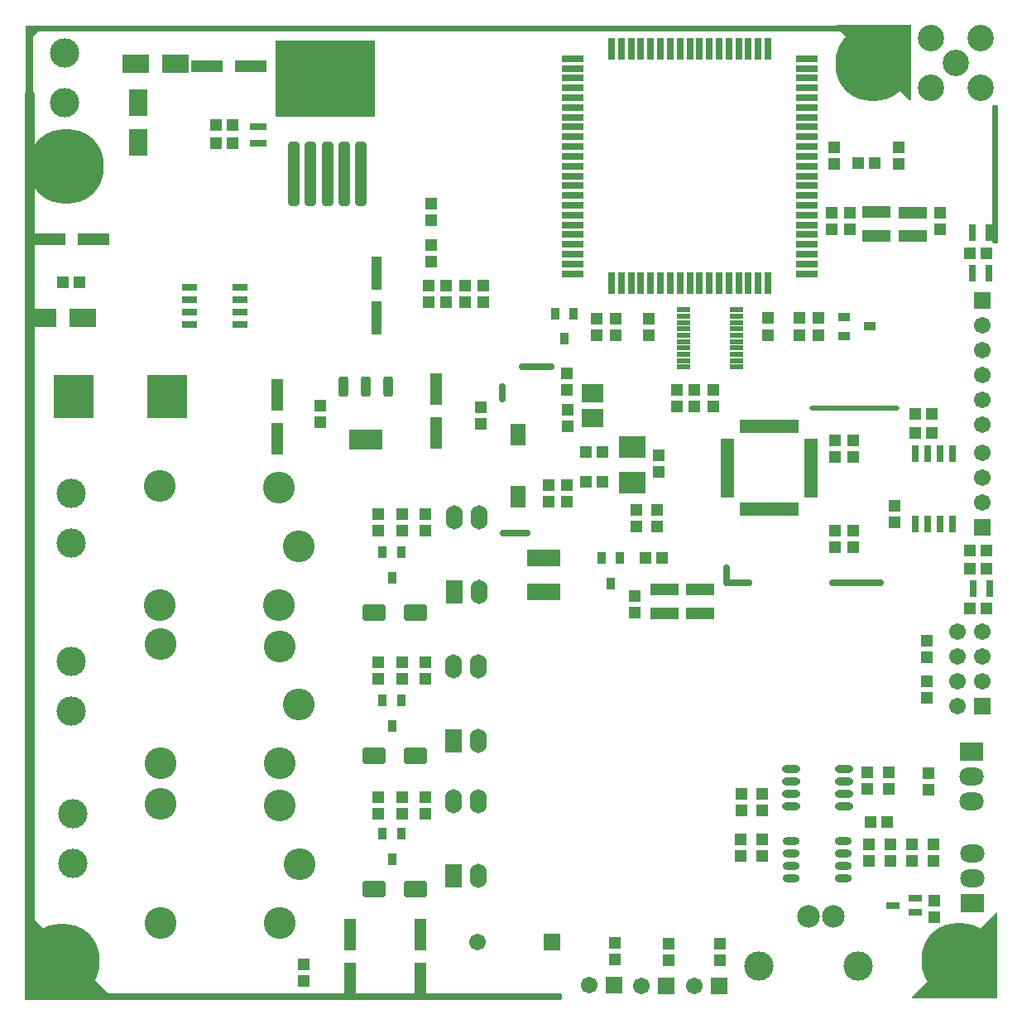
<source format=gts>
G04*
G04 #@! TF.GenerationSoftware,Altium Limited,Altium Designer,21.0.8 (223)*
G04*
G04 Layer_Color=8388736*
%FSTAX24Y24*%
%MOIN*%
G70*
G04*
G04 #@! TF.SameCoordinates,802AE027-55FB-4EE0-B797-8BAC3B94A1FA*
G04*
G04*
G04 #@! TF.FilePolarity,Negative*
G04*
G01*
G75*
%ADD20C,0.0197*%
%ADD57O,0.0749X0.0316*%
%ADD58R,0.1261X0.0474*%
%ADD59R,0.0512X0.0472*%
%ADD60R,0.0277X0.0651*%
%ADD61R,0.0472X0.0512*%
%ADD62R,0.1064X0.0749*%
G04:AMPARAMS|DCode=63|XSize=258mil|YSize=48.2mil|CornerRadius=14mil|HoleSize=0mil|Usage=FLASHONLY|Rotation=270.000|XOffset=0mil|YOffset=0mil|HoleType=Round|Shape=RoundedRectangle|*
%AMROUNDEDRECTD63*
21,1,0.2580,0.0201,0,0,270.0*
21,1,0.2299,0.0482,0,0,270.0*
1,1,0.0281,-0.0100,-0.1150*
1,1,0.0281,-0.0100,0.1150*
1,1,0.0281,0.0100,0.1150*
1,1,0.0281,0.0100,-0.1150*
%
%ADD63ROUNDEDRECTD63*%
%ADD64R,0.4017X0.3112*%
%ADD65R,0.0434X0.1379*%
%ADD66R,0.1182X0.0454*%
%ADD67R,0.0651X0.0277*%
%ADD68R,0.0552X0.0237*%
%ADD69R,0.0866X0.0315*%
%ADD70R,0.0315X0.0866*%
%ADD71R,0.0474X0.1261*%
G04:AMPARAMS|DCode=72|XSize=39.5mil|YSize=82.8mil|CornerRadius=11.9mil|HoleSize=0mil|Usage=FLASHONLY|Rotation=180.000|XOffset=0mil|YOffset=0mil|HoleType=Round|Shape=RoundedRectangle|*
%AMROUNDEDRECTD72*
21,1,0.0395,0.0591,0,0,180.0*
21,1,0.0157,0.0828,0,0,180.0*
1,1,0.0237,-0.0079,0.0295*
1,1,0.0237,0.0079,0.0295*
1,1,0.0237,0.0079,-0.0295*
1,1,0.0237,-0.0079,-0.0295*
%
%ADD72ROUNDEDRECTD72*%
%ADD73R,0.1360X0.0828*%
%ADD74R,0.0631X0.0867*%
%ADD75R,0.0592X0.0297*%
G04:AMPARAMS|DCode=76|XSize=94.6mil|YSize=67.1mil|CornerRadius=11.4mil|HoleSize=0mil|Usage=FLASHONLY|Rotation=180.000|XOffset=0mil|YOffset=0mil|HoleType=Round|Shape=RoundedRectangle|*
%AMROUNDEDRECTD76*
21,1,0.0946,0.0443,0,0,180.0*
21,1,0.0719,0.0671,0,0,180.0*
1,1,0.0228,-0.0359,0.0221*
1,1,0.0228,0.0359,0.0221*
1,1,0.0228,0.0359,-0.0221*
1,1,0.0228,-0.0359,-0.0221*
%
%ADD76ROUNDEDRECTD76*%
%ADD77R,0.0356X0.0513*%
%ADD78R,0.0867X0.0730*%
%ADD79R,0.0316X0.0710*%
%ADD80R,0.0552X0.0198*%
%ADD81R,0.0198X0.0552*%
%ADD82R,0.1615X0.1773*%
%ADD83R,0.0749X0.1064*%
%ADD84R,0.0560X0.0316*%
%ADD85R,0.1104X0.0867*%
%ADD86R,0.0513X0.0356*%
%ADD87O,0.0690X0.0316*%
%ADD88C,0.0277*%
%ADD89R,0.1340X0.0671*%
%ADD90C,0.0671*%
%ADD91R,0.0671X0.0671*%
%ADD92O,0.0680X0.0980*%
%ADD93R,0.0680X0.0980*%
%ADD94C,0.1280*%
%ADD95C,0.1180*%
%ADD96R,0.0671X0.0671*%
%ADD97C,0.0277*%
%ADD98C,0.3033*%
%ADD99C,0.0907*%
%ADD100C,0.1182*%
%ADD101R,0.0980X0.0730*%
%ADD102O,0.0980X0.0730*%
%ADD103C,0.1064*%
%ADD104C,0.0198*%
G36*
X045769Y049758D02*
X045774Y049757D01*
X045779Y049755D01*
X045784Y049752D01*
X045788Y04975D01*
X045792Y049746D01*
X045796Y049742D01*
X045798Y049738D01*
X045801Y049733D01*
X045802Y049728D01*
X045804Y049723D01*
X045804Y049718D01*
X045804Y046749D01*
X045804Y046744D01*
X045802Y046739D01*
X045801Y046734D01*
X045798Y046729D01*
X045796Y046725D01*
X045792Y046721D01*
X045788Y046717D01*
X045784Y046715D01*
X045779Y046712D01*
X045774Y046711D01*
X045769Y04671D01*
X045764Y046709D01*
X045759Y04671D01*
X045753Y046711D01*
X045748Y046712D01*
X045744Y046715D01*
X045739Y046717D01*
X045735Y046721D01*
X042964Y049492D01*
X010622Y049492D01*
X010417Y049287D01*
Y047052D01*
X010423Y047052D01*
X010428Y047051D01*
X010433Y047049D01*
X010437Y047047D01*
X010442Y047044D01*
X010446Y04704D01*
X010465Y04702D01*
X010469Y047017D01*
X010472Y047012D01*
X010474Y047007D01*
X010476Y047003D01*
X010477Y046997D01*
X010477Y046992D01*
X010477Y013717D01*
X013461Y010733D01*
X031672D01*
X031674Y010733D01*
X031677Y010733D01*
X031677Y010733D01*
X031677Y010733D01*
X03168Y010732D01*
X031682Y010732D01*
X031682Y010732D01*
X031682Y010732D01*
X031685Y010731D01*
X031687Y01073D01*
X031687Y01073D01*
X031687Y01073D01*
X031689Y010729D01*
X031692Y010728D01*
X031692Y010728D01*
X031692Y010728D01*
X031694Y010726D01*
X031696Y010725D01*
X031696Y010725D01*
X031696Y010725D01*
X031698Y010723D01*
X0317Y010721D01*
X0317Y010721D01*
X0317Y010721D01*
X031702Y010719D01*
X031704Y010717D01*
X031704Y010717D01*
X031704Y010717D01*
X031705Y010715D01*
X031706Y010713D01*
X031707Y010713D01*
X031707Y010713D01*
X031708Y010711D01*
X031709Y010708D01*
X031709Y010708D01*
X031709Y010708D01*
X03171Y010706D01*
X031711Y010703D01*
X031711Y010703D01*
X031711Y010703D01*
X031711Y010701D01*
X031712Y010698D01*
X031712Y010698D01*
X031712Y010698D01*
X031712Y010696D01*
X031712Y010693D01*
X031713Y010536D01*
X031712Y010536D01*
X031713Y010536D01*
X031712Y010533D01*
X031712Y010531D01*
X031712Y010531D01*
X031712Y010531D01*
X031712Y010528D01*
X031711Y010526D01*
X031711Y010526D01*
X031711Y010526D01*
X03171Y010523D01*
X03171Y010521D01*
X031709Y010521D01*
X031709Y010521D01*
X031708Y010518D01*
X031707Y010516D01*
X031707Y010516D01*
X031707Y010516D01*
X031706Y010514D01*
X031704Y010512D01*
X031704Y010512D01*
X031704Y010512D01*
X031702Y01051D01*
X031701Y010508D01*
X031701Y010508D01*
X031701Y010508D01*
X031699Y010506D01*
X031697Y010504D01*
X031697Y010504D01*
X031697Y010504D01*
X031695Y010503D01*
X031693Y010501D01*
X031693Y010501D01*
X031692Y010501D01*
X03169Y0105D01*
X031688Y010499D01*
X031688Y010499D01*
X031688Y010499D01*
X031685Y010498D01*
X031683Y010497D01*
X031683Y010497D01*
X031683Y010497D01*
X03168Y010497D01*
X031678Y010496D01*
X031678Y010496D01*
X031678Y010496D01*
X031675Y010496D01*
X031673Y010496D01*
X031672Y010496D01*
X031672Y010496D01*
X010118D01*
X010118Y010496D01*
X010118Y010496D01*
X010115Y010496D01*
X010112Y010496D01*
X010112Y010496D01*
X010112Y010496D01*
X01011Y010497D01*
X010107Y010497D01*
X010107Y010497D01*
X010107Y010497D01*
X010105Y010498D01*
X010102Y010499D01*
X010102Y010499D01*
X010102Y010499D01*
X0101Y0105D01*
X010098Y010501D01*
X010098Y010501D01*
X010098Y010501D01*
X010095Y010503D01*
X010093Y010504D01*
X010093Y010504D01*
X010093Y010504D01*
X010091Y010506D01*
X010089Y010508D01*
X010089Y010508D01*
X010089Y010508D01*
X010088Y01051D01*
X010086Y010512D01*
X010086Y010512D01*
X010086Y010512D01*
X010084Y010514D01*
X010083Y010516D01*
X010083Y010516D01*
X010083Y010516D01*
X010082Y010518D01*
X010081Y010521D01*
X010081Y010521D01*
X010081Y010521D01*
X01008Y010523D01*
X010079Y010526D01*
X010079Y010526D01*
X010079Y010526D01*
X010078Y010528D01*
X010078Y010531D01*
X010078Y010531D01*
X010078Y010531D01*
X010078Y010533D01*
X010078Y010536D01*
X010078Y010536D01*
X010078Y010536D01*
X010078Y010693D01*
Y046967D01*
X010077Y046969D01*
X010075Y046974D01*
X010074Y046979D01*
X010074Y046984D01*
X010074Y046989D01*
X010075Y046995D01*
X010077Y047D01*
X010079Y047004D01*
X010082Y047009D01*
X010086Y047013D01*
X01009Y047016D01*
X010094Y047019D01*
X010099Y047021D01*
X010104Y047023D01*
X010109Y047024D01*
X010114Y047024D01*
Y049718D01*
X042778D01*
X042785Y049733D01*
X042787Y049738D01*
X04279Y049742D01*
X042793Y049746D01*
X042797Y04975D01*
X042802Y049752D01*
X042806Y049755D01*
X04281Y049756D01*
X042811Y049756D01*
X042816Y049758D01*
X042822Y049758D01*
X045764Y049758D01*
X045769Y049758D01*
D02*
G37*
G36*
X049247Y046509D02*
X049249Y046509D01*
X049249Y046509D01*
X049249Y046509D01*
X049252Y046508D01*
X049254Y046508D01*
X049254Y046508D01*
X049254Y046508D01*
X049257Y046507D01*
X049259Y046506D01*
X049259Y046506D01*
X049259Y046506D01*
X049262Y046505D01*
X049264Y046504D01*
X049264Y046504D01*
X049264Y046504D01*
X049266Y046502D01*
X049268Y046501D01*
X049268Y046501D01*
X049268Y046501D01*
X04927Y046499D01*
X049272Y046498D01*
X049272Y046498D01*
X049272Y046497D01*
X049274Y046496D01*
X049276Y046494D01*
X049276Y046494D01*
X049276Y046494D01*
X049277Y046491D01*
X049279Y046489D01*
X049279Y046489D01*
X049279Y046489D01*
X04928Y046487D01*
X049281Y046485D01*
X049281Y046485D01*
X049281Y046484D01*
X049282Y046482D01*
X049283Y04648D01*
X049283Y04648D01*
X049283Y046479D01*
X049283Y046477D01*
X049284Y046474D01*
X049284Y046474D01*
X049284Y046474D01*
X049284Y046472D01*
X049284Y046469D01*
X049284Y046469D01*
X049284Y046469D01*
X049284Y04098D01*
X049284Y04098D01*
X049284Y04098D01*
X049284Y040977D01*
X049284Y040975D01*
X049284Y040974D01*
X049284Y040974D01*
X049283Y040972D01*
X049283Y040969D01*
X049283Y040969D01*
X049283Y040969D01*
X049282Y040967D01*
X049281Y040964D01*
X049281Y040964D01*
X049281Y040964D01*
X04928Y040962D01*
X049279Y04096D01*
X049279Y04096D01*
X049279Y04096D01*
X049277Y040958D01*
X049276Y040955D01*
X049276Y040955D01*
X049276Y040955D01*
X049274Y040953D01*
X049272Y040951D01*
X049272Y040951D01*
X049272Y040951D01*
X04927Y04095D01*
X049268Y040948D01*
X049268Y040948D01*
X049268Y040948D01*
X049266Y040947D01*
X049264Y040945D01*
X049264Y040945D01*
X049264Y040945D01*
X049262Y040944D01*
X049259Y040943D01*
X049259Y040943D01*
X049259Y040943D01*
X049257Y040942D01*
X049254Y040941D01*
X049254Y040941D01*
X049254Y040941D01*
X049252Y04094D01*
X049249Y04094D01*
X049249Y04094D01*
X049249Y04094D01*
X049247Y04094D01*
X049244Y04094D01*
X049244Y04094D01*
X049244Y04094D01*
X049122Y04094D01*
X049119Y04094D01*
X049117Y04094D01*
X049117Y04094D01*
X049117Y04094D01*
X049114Y040941D01*
X049112Y040941D01*
X049112Y040941D01*
X049112Y040941D01*
X049109Y040942D01*
X049107Y040943D01*
X049107Y040943D01*
X049107Y040943D01*
X049104Y040944D01*
X049102Y040945D01*
X049102Y040945D01*
X049102Y040945D01*
X0491Y040947D01*
X049098Y040948D01*
X049098Y040948D01*
X049098Y040948D01*
X049096Y04095D01*
X049094Y040952D01*
X049094Y040952D01*
X049094Y040952D01*
X049092Y040954D01*
X04909Y040956D01*
X04909Y040956D01*
X04909Y040956D01*
X049089Y040958D01*
X049087Y04096D01*
X049087Y04096D01*
X049087Y04096D01*
X049086Y040963D01*
X049085Y040965D01*
X049085Y040965D01*
X049085Y040965D01*
X049084Y040968D01*
X049083Y04097D01*
X049083Y04097D01*
X049083Y04097D01*
X049083Y040973D01*
X049082Y040975D01*
X049082Y040975D01*
X049082Y040975D01*
X049082Y040978D01*
X049082Y04098D01*
Y04098D01*
D01*
D01*
Y04098D01*
X049047D01*
Y046472D01*
X04905Y046469D01*
X049082D01*
X049082Y046471D01*
X049082Y046474D01*
X049082Y046474D01*
X049082Y046474D01*
X049083Y046476D01*
X049083Y046479D01*
X049083Y046479D01*
X049083Y046479D01*
X049084Y046481D01*
X049085Y046484D01*
X049085Y046484D01*
X049085Y046484D01*
X049086Y046486D01*
X049087Y046489D01*
X049087Y046489D01*
X049087Y046489D01*
X049089Y046491D01*
X04909Y046493D01*
X04909Y046493D01*
X04909Y046493D01*
X049092Y046495D01*
X049094Y046497D01*
X049094Y046497D01*
X049094Y046497D01*
X049096Y046499D01*
X049098Y0465D01*
X049098Y0465D01*
X049098Y0465D01*
X0491Y046502D01*
X049102Y046503D01*
X049102Y046503D01*
X049102Y046503D01*
X049104Y046505D01*
X049107Y046506D01*
X049107Y046506D01*
X049107Y046506D01*
X049109Y046506D01*
X049112Y046507D01*
X049112Y046507D01*
X049112Y046507D01*
X049114Y046508D01*
X049117Y046508D01*
X049117Y046508D01*
X049117Y046508D01*
X049119Y046509D01*
X049122Y046509D01*
X049244Y046509D01*
X049244Y046509D01*
X049244Y046509D01*
X049247Y046509D01*
D02*
G37*
G36*
X049241Y014D02*
X049247Y013999D01*
X049252Y013998D01*
X049256Y013995D01*
X049261Y013992D01*
X049265Y013989D01*
X049268Y013985D01*
X049271Y013981D01*
X049273Y013976D01*
X049275Y013971D01*
X049276Y013966D01*
X049276Y013961D01*
Y010591D01*
X049276Y010585D01*
X049275Y01058D01*
X049273Y010575D01*
X049271Y010571D01*
X049268Y010566D01*
X049265Y010562D01*
X049261Y010559D01*
X049256Y010556D01*
X049252Y010554D01*
X049247Y010552D01*
X049241Y010551D01*
X049236Y01055D01*
X045866Y01055D01*
X045861Y010551D01*
X045856Y010552D01*
X045851Y010554D01*
X045846Y010556D01*
X045842Y010559D01*
X045838Y010562D01*
X045834Y010566D01*
X045831Y010571D01*
X045829Y010575D01*
X045827Y01058D01*
X045826Y010585D01*
X045826Y010591D01*
X045826Y010596D01*
X045827Y010601D01*
X045829Y010606D01*
X045831Y010611D01*
X045834Y010615D01*
X045838Y010619D01*
X049208Y013989D01*
X049212Y013992D01*
X049216Y013995D01*
X049221Y013998D01*
X049226Y013999D01*
X049231Y014D01*
X049236Y014001D01*
X049241Y014D01*
D02*
G37*
D20*
X041783Y034327D02*
X04524D01*
D57*
X040972Y019278D02*
D03*
Y018278D02*
D03*
Y018778D02*
D03*
Y019778D02*
D03*
X043098Y018278D02*
D03*
Y018778D02*
D03*
Y019278D02*
D03*
Y019778D02*
D03*
D58*
X011102Y041126D02*
D03*
X012874D02*
D03*
X017429Y048072D02*
D03*
X0192D02*
D03*
D59*
X048819Y028587D02*
D03*
X04815D02*
D03*
X017805Y045706D02*
D03*
X018474D02*
D03*
X035756Y028291D02*
D03*
X035087D02*
D03*
X048841Y026234D02*
D03*
X048171D02*
D03*
X048154Y027854D02*
D03*
X048823D02*
D03*
X017791Y044984D02*
D03*
X018461D02*
D03*
X011626Y03939D02*
D03*
X012295D02*
D03*
X044154Y017638D02*
D03*
X044823D02*
D03*
X045965Y033307D02*
D03*
X046634D02*
D03*
X045948Y034092D02*
D03*
X046617D02*
D03*
X033346Y031354D02*
D03*
X032677D02*
D03*
X033346Y032555D02*
D03*
X032677D02*
D03*
X048815Y040551D02*
D03*
X048146D02*
D03*
X043654Y044169D02*
D03*
X044323D02*
D03*
D60*
X048281Y027044D02*
D03*
X04895D02*
D03*
X048256Y04138D02*
D03*
X048925D02*
D03*
X048921Y039748D02*
D03*
X048252D02*
D03*
D61*
X031941Y035055D02*
D03*
Y035724D02*
D03*
X031961Y033571D02*
D03*
Y03424D02*
D03*
X042591Y042193D02*
D03*
Y041524D02*
D03*
X035228Y037248D02*
D03*
Y037917D02*
D03*
X046441Y024961D02*
D03*
Y024291D02*
D03*
X026453Y042551D02*
D03*
Y041882D02*
D03*
X027071Y039244D02*
D03*
Y038575D02*
D03*
X043319Y042189D02*
D03*
Y04152D02*
D03*
X046972Y041504D02*
D03*
Y042173D02*
D03*
X045307Y044157D02*
D03*
Y044827D02*
D03*
X042685D02*
D03*
Y044157D02*
D03*
X038087Y012756D02*
D03*
Y012087D02*
D03*
X026362Y038575D02*
D03*
X026362Y039244D02*
D03*
X045118Y030374D02*
D03*
Y029705D02*
D03*
X033906Y03726D02*
D03*
Y037929D02*
D03*
X033134Y03726D02*
D03*
Y037929D02*
D03*
X021992Y033732D02*
D03*
Y034402D02*
D03*
X028465Y034358D02*
D03*
Y033689D02*
D03*
X024327Y018661D02*
D03*
Y017992D02*
D03*
X02528D02*
D03*
Y018661D02*
D03*
X026224Y018661D02*
D03*
Y017992D02*
D03*
X021327Y011256D02*
D03*
Y011925D02*
D03*
X042736Y02937D02*
D03*
Y028701D02*
D03*
X043453Y02937D02*
D03*
Y028701D02*
D03*
X024327Y030035D02*
D03*
Y029366D02*
D03*
X02528Y030035D02*
D03*
Y029366D02*
D03*
X026224Y030063D02*
D03*
Y029394D02*
D03*
Y023398D02*
D03*
Y024067D02*
D03*
X02528Y023402D02*
D03*
Y024071D02*
D03*
X024327Y023398D02*
D03*
Y024067D02*
D03*
X036366Y034382D02*
D03*
Y035051D02*
D03*
X037075Y034374D02*
D03*
Y035043D02*
D03*
X037819D02*
D03*
Y034374D02*
D03*
X035547Y030227D02*
D03*
Y029558D02*
D03*
X03472Y030227D02*
D03*
Y029558D02*
D03*
X026453Y04089D02*
D03*
Y04022D02*
D03*
X028571Y039244D02*
D03*
Y038575D02*
D03*
X027811Y039244D02*
D03*
Y038575D02*
D03*
X044882Y01898D02*
D03*
Y01965D02*
D03*
X03385Y012114D02*
D03*
Y012783D02*
D03*
X036024Y012091D02*
D03*
Y01276D02*
D03*
X039803Y01811D02*
D03*
Y01878D02*
D03*
X038945Y01878D02*
D03*
Y01811D02*
D03*
X038921Y016276D02*
D03*
Y016945D02*
D03*
X03978D02*
D03*
Y016276D02*
D03*
X046496Y019626D02*
D03*
Y018957D02*
D03*
X046689Y016756D02*
D03*
Y016087D02*
D03*
X045839Y016756D02*
D03*
Y016087D02*
D03*
X044961Y016752D02*
D03*
Y016083D02*
D03*
X044094Y016752D02*
D03*
Y016083D02*
D03*
X044016Y01965D02*
D03*
Y01898D02*
D03*
X046732Y014488D02*
D03*
Y013819D02*
D03*
X034665Y026091D02*
D03*
Y02676D02*
D03*
X042736Y032358D02*
D03*
Y033028D02*
D03*
X046441Y022642D02*
D03*
Y023311D02*
D03*
X043453Y032354D02*
D03*
Y033024D02*
D03*
X031177Y030551D02*
D03*
Y03122D02*
D03*
X031929Y030551D02*
D03*
Y03122D02*
D03*
X035626Y031748D02*
D03*
Y032417D02*
D03*
X040024Y037933D02*
D03*
Y037264D02*
D03*
X041283Y037264D02*
D03*
Y037933D02*
D03*
X042055Y037264D02*
D03*
Y037933D02*
D03*
D62*
X014554Y048189D02*
D03*
X016154D02*
D03*
X01083Y037937D02*
D03*
X01243D02*
D03*
D63*
X023618Y043748D02*
D03*
X022949D02*
D03*
X02228D02*
D03*
X02161D02*
D03*
X020941D02*
D03*
D64*
X022201Y047597D02*
D03*
D65*
X024272Y037941D02*
D03*
Y039752D02*
D03*
D66*
X044409Y042205D02*
D03*
Y04126D02*
D03*
X045874Y042197D02*
D03*
Y041252D02*
D03*
X037299Y027008D02*
D03*
Y026063D02*
D03*
X035858D02*
D03*
Y027008D02*
D03*
D67*
X0195Y045642D02*
D03*
Y044972D02*
D03*
D68*
X03662Y03827D02*
D03*
Y038014D02*
D03*
Y037758D02*
D03*
Y037502D02*
D03*
Y037246D02*
D03*
Y03699D02*
D03*
Y036734D02*
D03*
Y036478D02*
D03*
Y036222D02*
D03*
Y035967D02*
D03*
X038746Y036222D02*
D03*
Y036478D02*
D03*
Y036734D02*
D03*
Y03699D02*
D03*
Y037246D02*
D03*
Y037502D02*
D03*
Y037758D02*
D03*
Y038014D02*
D03*
Y03827D02*
D03*
Y035967D02*
D03*
D69*
X041603Y048387D02*
D03*
Y047993D02*
D03*
Y0476D02*
D03*
Y039726D02*
D03*
Y040119D02*
D03*
Y040513D02*
D03*
X032154Y039726D02*
D03*
Y040119D02*
D03*
Y040513D02*
D03*
Y047206D02*
D03*
Y048387D02*
D03*
Y047993D02*
D03*
Y0476D02*
D03*
Y043269D02*
D03*
Y043663D02*
D03*
Y044056D02*
D03*
Y04445D02*
D03*
Y044844D02*
D03*
Y045631D02*
D03*
Y046025D02*
D03*
Y046418D02*
D03*
Y046812D02*
D03*
Y045237D02*
D03*
Y042875D02*
D03*
X041603Y043269D02*
D03*
Y042481D02*
D03*
Y042088D02*
D03*
Y041694D02*
D03*
Y0413D02*
D03*
Y040907D02*
D03*
Y043663D02*
D03*
Y044056D02*
D03*
Y042875D02*
D03*
Y04445D02*
D03*
Y044844D02*
D03*
X032154Y042481D02*
D03*
Y0413D02*
D03*
Y042088D02*
D03*
Y041694D02*
D03*
Y040907D02*
D03*
X041603Y045237D02*
D03*
Y045631D02*
D03*
Y046025D02*
D03*
Y046418D02*
D03*
Y046812D02*
D03*
Y047206D02*
D03*
D70*
X033729Y048781D02*
D03*
X03806D02*
D03*
X037666D02*
D03*
X034517D02*
D03*
X03491D02*
D03*
X035304D02*
D03*
X035698D02*
D03*
X036091D02*
D03*
X036485D02*
D03*
X036879D02*
D03*
X034123D02*
D03*
X037272D02*
D03*
X038454D02*
D03*
X033729Y039332D02*
D03*
X034517D02*
D03*
X03491D02*
D03*
X035304D02*
D03*
X034123D02*
D03*
X037272D02*
D03*
X036879D02*
D03*
X036485D02*
D03*
X036091D02*
D03*
X035698D02*
D03*
X037666D02*
D03*
X038847D02*
D03*
X039241D02*
D03*
X039635D02*
D03*
X040028D02*
D03*
X03806D02*
D03*
X038454D02*
D03*
X040028Y048781D02*
D03*
X039635D02*
D03*
X039241D02*
D03*
X038847D02*
D03*
D71*
X020272Y033067D02*
D03*
Y034839D02*
D03*
X023181Y013114D02*
D03*
Y011343D02*
D03*
X026028Y013114D02*
D03*
Y011343D02*
D03*
X026673Y035075D02*
D03*
Y033303D02*
D03*
D72*
X024724Y035165D02*
D03*
X022913D02*
D03*
X023819D02*
D03*
D73*
Y033039D02*
D03*
D74*
X029957Y030736D02*
D03*
Y033256D02*
D03*
D75*
X018748Y037675D02*
D03*
Y038175D02*
D03*
Y038675D02*
D03*
X01674Y037675D02*
D03*
Y038175D02*
D03*
Y038675D02*
D03*
X018748Y039175D02*
D03*
X01674D02*
D03*
D76*
X025815Y020327D02*
D03*
X024161D02*
D03*
X025811Y026087D02*
D03*
X024157D02*
D03*
X024161Y014945D02*
D03*
X025815D02*
D03*
D77*
X025252Y022551D02*
D03*
X024504D02*
D03*
X024878Y021528D02*
D03*
Y027496D02*
D03*
X024504Y02852D02*
D03*
X025252D02*
D03*
Y017165D02*
D03*
X024504D02*
D03*
X024878Y016142D02*
D03*
X034059Y028272D02*
D03*
X033311D02*
D03*
X033685Y027248D02*
D03*
X031819Y037102D02*
D03*
X031445Y038126D02*
D03*
X032193D02*
D03*
D78*
X032945Y034929D02*
D03*
Y033906D02*
D03*
D79*
X045974Y03248D02*
D03*
X046474D02*
D03*
X046974D02*
D03*
X047474D02*
D03*
Y029646D02*
D03*
X046974D02*
D03*
X046474D02*
D03*
X045974D02*
D03*
D80*
X038406Y032988D02*
D03*
Y032791D02*
D03*
X041752Y032988D02*
D03*
Y032791D02*
D03*
Y032594D02*
D03*
Y032398D02*
D03*
Y032201D02*
D03*
Y032004D02*
D03*
Y031807D02*
D03*
Y03161D02*
D03*
Y031413D02*
D03*
Y031217D02*
D03*
Y03102D02*
D03*
Y030823D02*
D03*
X038406D02*
D03*
Y03102D02*
D03*
Y031217D02*
D03*
Y031413D02*
D03*
Y03161D02*
D03*
Y031807D02*
D03*
Y032004D02*
D03*
Y032201D02*
D03*
Y032398D02*
D03*
Y032594D02*
D03*
Y032791D02*
D03*
D81*
X041161Y033579D02*
D03*
X040965D02*
D03*
X040768D02*
D03*
X040571D02*
D03*
X040374D02*
D03*
X040177D02*
D03*
X03998D02*
D03*
X039783D02*
D03*
X039587D02*
D03*
X03939D02*
D03*
X040965Y030232D02*
D03*
X041161D02*
D03*
X040768D02*
D03*
X040571D02*
D03*
X040374D02*
D03*
X040177D02*
D03*
X03998D02*
D03*
X039783D02*
D03*
X039587D02*
D03*
X03939D02*
D03*
X039193Y033579D02*
D03*
Y030232D02*
D03*
X038996Y033579D02*
D03*
Y030232D02*
D03*
D82*
X012075Y034768D02*
D03*
X015815D02*
D03*
D83*
X01465Y0466D02*
D03*
Y045D02*
D03*
D84*
X045065Y014291D02*
D03*
X045959Y014567D02*
D03*
Y014016D02*
D03*
D85*
X034547Y031307D02*
D03*
Y032764D02*
D03*
D86*
X043098Y037972D02*
D03*
Y037224D02*
D03*
X044122Y037598D02*
D03*
D87*
X043071Y015392D02*
D03*
Y015892D02*
D03*
Y016392D02*
D03*
Y016892D02*
D03*
X040945Y015392D02*
D03*
Y015892D02*
D03*
Y016392D02*
D03*
Y016892D02*
D03*
D88*
X030135Y035968D02*
X031295D01*
X038362Y027283D02*
X039252D01*
X038362D02*
Y027874D01*
X029319Y034681D02*
Y035177D01*
X029354Y029283D02*
X030319D01*
X038361Y027874D02*
X038362Y027874D01*
X042638Y027283D02*
X044567D01*
D89*
X030984Y026929D02*
D03*
Y028268D02*
D03*
D90*
X028335Y012823D02*
D03*
X037059Y011051D02*
D03*
X034929Y011055D02*
D03*
X048654Y030528D02*
D03*
Y031528D02*
D03*
Y032528D02*
D03*
X032823Y011071D02*
D03*
X048654Y023319D02*
D03*
Y024319D02*
D03*
Y025319D02*
D03*
X047654Y022319D02*
D03*
Y023319D02*
D03*
Y024319D02*
D03*
Y025319D02*
D03*
X048654Y033638D02*
D03*
Y034638D02*
D03*
Y035638D02*
D03*
Y036638D02*
D03*
Y037638D02*
D03*
D91*
X031335Y012828D02*
D03*
X038059Y011051D02*
D03*
X035929Y011055D02*
D03*
X033823Y011071D02*
D03*
D92*
X027382Y029906D02*
D03*
X028382D02*
D03*
Y026906D02*
D03*
X028358Y015492D02*
D03*
Y018492D02*
D03*
X027358D02*
D03*
Y023902D02*
D03*
X028358D02*
D03*
Y020902D02*
D03*
D93*
X027382Y026906D02*
D03*
X027358Y015492D02*
D03*
Y020902D02*
D03*
D94*
X020366Y018315D02*
D03*
Y013591D02*
D03*
X015563Y018391D02*
D03*
Y013591D02*
D03*
X021154Y015953D02*
D03*
X021126Y028747D02*
D03*
X015535Y026385D02*
D03*
Y031185D02*
D03*
X020339Y026385D02*
D03*
Y031109D02*
D03*
X020354Y024728D02*
D03*
Y020004D02*
D03*
X015551Y024804D02*
D03*
Y020004D02*
D03*
X021142Y022366D02*
D03*
D95*
X011976Y024102D02*
D03*
Y022102D02*
D03*
Y030894D02*
D03*
Y028894D02*
D03*
X01202Y015972D02*
D03*
Y017972D02*
D03*
X0117Y0466D02*
D03*
Y0486D02*
D03*
D96*
X048654Y029528D02*
D03*
Y022319D02*
D03*
Y038638D02*
D03*
D97*
X012386Y011457D02*
D03*
X010811Y012638D02*
D03*
X010614Y012047D02*
D03*
X011598Y011063D02*
D03*
X012583Y012047D02*
D03*
X012386Y012638D02*
D03*
X011598Y013032D02*
D03*
X010811Y011457D02*
D03*
X043465Y047598D02*
D03*
X044252Y049173D02*
D03*
X045039Y04878D02*
D03*
X045236Y048189D02*
D03*
X044252Y047205D02*
D03*
X043268Y048189D02*
D03*
X043465Y04878D02*
D03*
X045039Y047598D02*
D03*
X048513Y011502D02*
D03*
X046939Y012683D02*
D03*
X046742Y012092D02*
D03*
X047726Y011108D02*
D03*
X04871Y012092D02*
D03*
X048513Y012683D02*
D03*
X047726Y013076D02*
D03*
X046939Y011502D02*
D03*
X010965Y043453D02*
D03*
X011752Y045028D02*
D03*
X012539Y044634D02*
D03*
X012736Y044043D02*
D03*
X011752Y043059D02*
D03*
X010768Y044043D02*
D03*
X010965Y044634D02*
D03*
X012539Y043453D02*
D03*
D98*
X011598Y012047D02*
D03*
X044252Y048189D02*
D03*
X047726Y012092D02*
D03*
X011752Y044043D02*
D03*
D99*
X041661Y01385D02*
D03*
X042661D02*
D03*
D100*
X039661Y01185D02*
D03*
X043661D02*
D03*
D101*
X048264Y01439D02*
D03*
X048241Y020465D02*
D03*
D102*
X048264Y01539D02*
D03*
Y01639D02*
D03*
X048241Y019465D02*
D03*
Y018465D02*
D03*
D103*
X0466Y0472D02*
D03*
X0486D02*
D03*
Y0492D02*
D03*
X0466D02*
D03*
X0476Y0482D02*
D03*
D104*
X027651Y010634D02*
D03*
X02706Y010654D02*
D03*
X028033Y010634D02*
D03*
X028533D02*
D03*
X029033D02*
D03*
X020886D02*
D03*
X020504D02*
D03*
X021386D02*
D03*
X017291D02*
D03*
X017622D02*
D03*
X020004D02*
D03*
X030943D02*
D03*
X031443D02*
D03*
X030561D02*
D03*
X02656Y010654D02*
D03*
X02606D02*
D03*
X02556D02*
D03*
X030033Y010634D02*
D03*
X029533D02*
D03*
X022858D02*
D03*
X023769D02*
D03*
X024269D02*
D03*
X024769D02*
D03*
X025178Y010654D02*
D03*
X023386Y010634D02*
D03*
X022386D02*
D03*
X021886D02*
D03*
X017004D02*
D03*
X018004D02*
D03*
X019504D02*
D03*
X019004D02*
D03*
X018504D02*
D03*
X015122D02*
D03*
X015622D02*
D03*
X016122D02*
D03*
X016622D02*
D03*
X014622D02*
D03*
X014122D02*
D03*
X013622D02*
D03*
X01174D02*
D03*
X01224D02*
D03*
X01274D02*
D03*
X01324D02*
D03*
X01124D02*
D03*
X01074D02*
D03*
X01024D02*
D03*
X010236Y017067D02*
D03*
Y016567D02*
D03*
Y016067D02*
D03*
Y015567D02*
D03*
Y015067D02*
D03*
Y014567D02*
D03*
Y014067D02*
D03*
Y013567D02*
D03*
Y013067D02*
D03*
Y011067D02*
D03*
Y011567D02*
D03*
Y012567D02*
D03*
Y024567D02*
D03*
Y024067D02*
D03*
Y023567D02*
D03*
Y023067D02*
D03*
Y022567D02*
D03*
Y022067D02*
D03*
Y021567D02*
D03*
Y021067D02*
D03*
Y020567D02*
D03*
Y017567D02*
D03*
Y018067D02*
D03*
Y018567D02*
D03*
Y019067D02*
D03*
Y019567D02*
D03*
Y020067D02*
D03*
Y032067D02*
D03*
Y031567D02*
D03*
Y031067D02*
D03*
Y030567D02*
D03*
Y030067D02*
D03*
Y029567D02*
D03*
Y029067D02*
D03*
Y028567D02*
D03*
Y028067D02*
D03*
Y025067D02*
D03*
Y025567D02*
D03*
Y026067D02*
D03*
Y026567D02*
D03*
Y027067D02*
D03*
Y027567D02*
D03*
Y039567D02*
D03*
Y039067D02*
D03*
Y038567D02*
D03*
Y038067D02*
D03*
Y037567D02*
D03*
Y037067D02*
D03*
Y036567D02*
D03*
Y036067D02*
D03*
Y035567D02*
D03*
Y032567D02*
D03*
Y033067D02*
D03*
Y033567D02*
D03*
Y034067D02*
D03*
Y034567D02*
D03*
Y035067D02*
D03*
Y047067D02*
D03*
Y046567D02*
D03*
Y046067D02*
D03*
Y045567D02*
D03*
Y045067D02*
D03*
Y044567D02*
D03*
Y044067D02*
D03*
Y040067D02*
D03*
Y040567D02*
D03*
Y041067D02*
D03*
Y041567D02*
D03*
Y042067D02*
D03*
Y042567D02*
D03*
Y047567D02*
D03*
Y048067D02*
D03*
Y048567D02*
D03*
Y049067D02*
D03*
M02*

</source>
